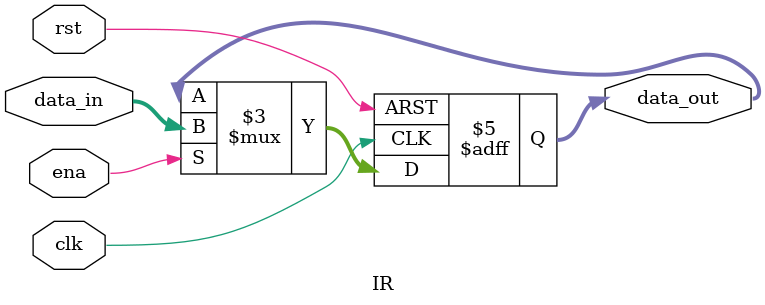
<source format=v>
`timescale 1ns / 1ps


module IR#(parameter startAddress = 32'h00000000)
(
input clk,rst,ena,
input [31:0]data_in,
output reg [31:0] data_out
);

always@(posedge clk or posedge rst)
begin
if (rst)
data_out <= startAddress;
else if (ena)
data_out <= data_in;
else
data_out <= data_out;
end
endmodule

</source>
